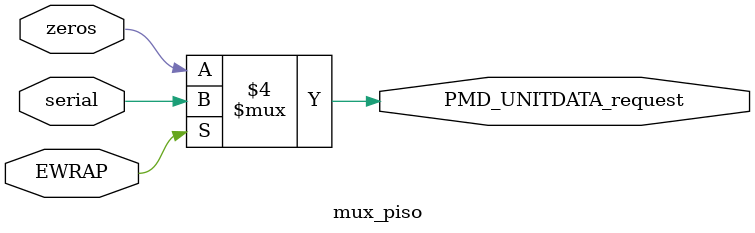
<source format=v>
/*
******************************************************************************
*
*  Filename     :   mux_piso.v
*i
*  Description  :   This module describes a multiplexer which passes data to 
                    PMD_UNITDATA_request. This mux is governed by EWRAP control signal and passes
                    data from two inputs: s_out which is the output of piso module and which is the output of piso module
                    and zeros which is 0's vector when EWRAP is diabled.
*
*  Author       :   Jhon Gaitan Aguilar
*                   <JHON.GAITAN@ucr.ac.cr>
*
*  License      :   This program is free software: you can redistribute it and/or modify
*                   it under the terms of the GNU General Public License as published by
*                   the Free Software Foundation, either version 3 of the License, or
*                   (at your option) any later version.
*
*                   This program is distributed in the hope that it will be useful,
*                   but WITHOUT ANY WARRANTY; without even the implied warranty of
*                   MERCHANTABILITY or FITNESS FOR A PARTICULAR PURPOSE.  See the
*                   GNU General Public License for more details.
*
*                   You should have received a copy of the GNU General Public License
*                   along with this program.  If not, see <http://www.gnu.org/licenses/>.
*  
*  Created      :   11/18/2022
*
******************************************************************************
*/
module mux_piso(
    //Declare Inputs here
    input serial,
    input zeros,
    input  EWRAP,
    //Declare Outputs here
    output reg PMD_UNITDATA_request);
//Declare registers here

//Declare wires here

always @(serial,zeros,EWRAP) begin
    if (EWRAP == 1) begin
     PMD_UNITDATA_request = serial;
    end
else
     PMD_UNITDATA_request = zeros;
end
endmodule
</source>
